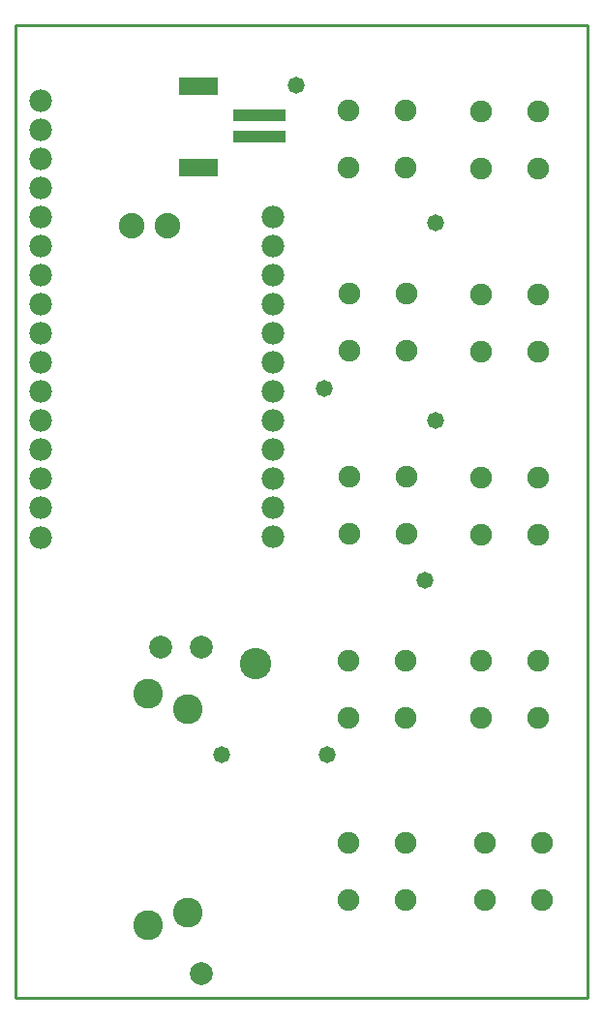
<source format=gbs>
G04*
G04 #@! TF.GenerationSoftware,Altium Limited,Altium Designer,19.1.8 (144)*
G04*
G04 Layer_Color=16711935*
%FSLAX25Y25*%
%MOIN*%
G70*
G01*
G75*
%ADD10C,0.01000*%
%ADD16C,0.07493*%
%ADD17C,0.08800*%
%ADD18C,0.10249*%
%ADD19C,0.07887*%
%ADD20C,0.07800*%
%ADD21C,0.05800*%
%ADD22C,0.10800*%
%ADD31R,0.18110X0.03937*%
%ADD32R,0.13386X0.06299*%
D10*
X393701Y393701D02*
Y728346D01*
X590551D01*
Y393701D02*
Y728346D01*
X393701Y393701D02*
X590551D01*
D16*
X553937Y698951D02*
D03*
Y679266D02*
D03*
X573622Y698951D02*
D03*
Y679266D02*
D03*
X508366Y699016D02*
D03*
Y679331D02*
D03*
X528051Y699016D02*
D03*
Y679331D02*
D03*
X553937Y635959D02*
D03*
Y616274D02*
D03*
X573622Y635959D02*
D03*
Y616274D02*
D03*
X508563Y636024D02*
D03*
Y616338D02*
D03*
X528248Y636024D02*
D03*
Y616338D02*
D03*
X553937Y572967D02*
D03*
Y553282D02*
D03*
X573622Y572967D02*
D03*
Y553282D02*
D03*
X508465Y573032D02*
D03*
Y553346D02*
D03*
X528150Y573032D02*
D03*
Y553346D02*
D03*
X553937Y509680D02*
D03*
Y489994D02*
D03*
X573622Y509680D02*
D03*
Y489994D02*
D03*
X508366Y509744D02*
D03*
Y490059D02*
D03*
X528051Y509744D02*
D03*
Y490059D02*
D03*
X527953Y427559D02*
D03*
Y447244D02*
D03*
X508268Y427559D02*
D03*
Y447244D02*
D03*
X574803Y427494D02*
D03*
Y447180D02*
D03*
X555118Y427494D02*
D03*
Y447180D02*
D03*
D17*
X433465Y659449D02*
D03*
X446063D02*
D03*
D18*
X452953Y423228D02*
D03*
X439173Y418898D02*
D03*
Y498425D02*
D03*
X452953Y493307D02*
D03*
D19*
X457480Y514370D02*
D03*
X443701D02*
D03*
X457481Y402166D02*
D03*
D20*
X482362Y552323D02*
D03*
Y562323D02*
D03*
Y572323D02*
D03*
Y582323D02*
D03*
Y592323D02*
D03*
Y602323D02*
D03*
Y612323D02*
D03*
Y622323D02*
D03*
Y632323D02*
D03*
Y642323D02*
D03*
Y652323D02*
D03*
Y662323D02*
D03*
X402362Y702323D02*
D03*
Y692323D02*
D03*
Y682323D02*
D03*
Y672323D02*
D03*
Y662323D02*
D03*
Y652323D02*
D03*
Y642323D02*
D03*
Y632323D02*
D03*
Y622323D02*
D03*
Y612323D02*
D03*
Y602323D02*
D03*
Y592323D02*
D03*
Y582323D02*
D03*
Y572323D02*
D03*
Y562323D02*
D03*
Y552224D02*
D03*
D21*
X538386Y660433D02*
D03*
X500000Y603346D02*
D03*
X538386Y592520D02*
D03*
X534449Y537402D02*
D03*
X500984Y477362D02*
D03*
X464567D02*
D03*
X490158Y707677D02*
D03*
D22*
X476378Y508858D02*
D03*
D31*
X477559Y690158D02*
D03*
Y697638D02*
D03*
D32*
X456693Y707480D02*
D03*
Y679528D02*
D03*
M02*

</source>
